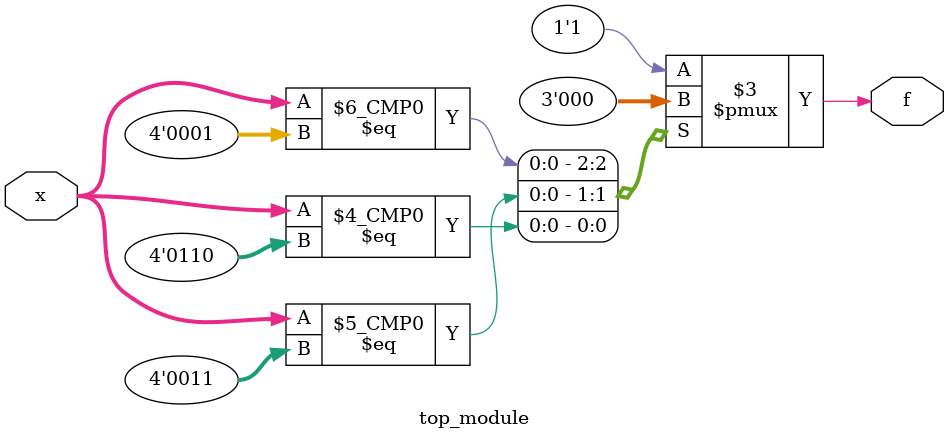
<source format=sv>
module top_module (
	input [4:1] x,
	output logic f
);

    always_comb begin
        case(x)
            4'b0000: f = 1;
            4'b0001: f = 0;
            4'b0011: f = 0;
            4'b0110: f = 0;
            default: f = 1;
        endcase
    end

endmodule

</source>
